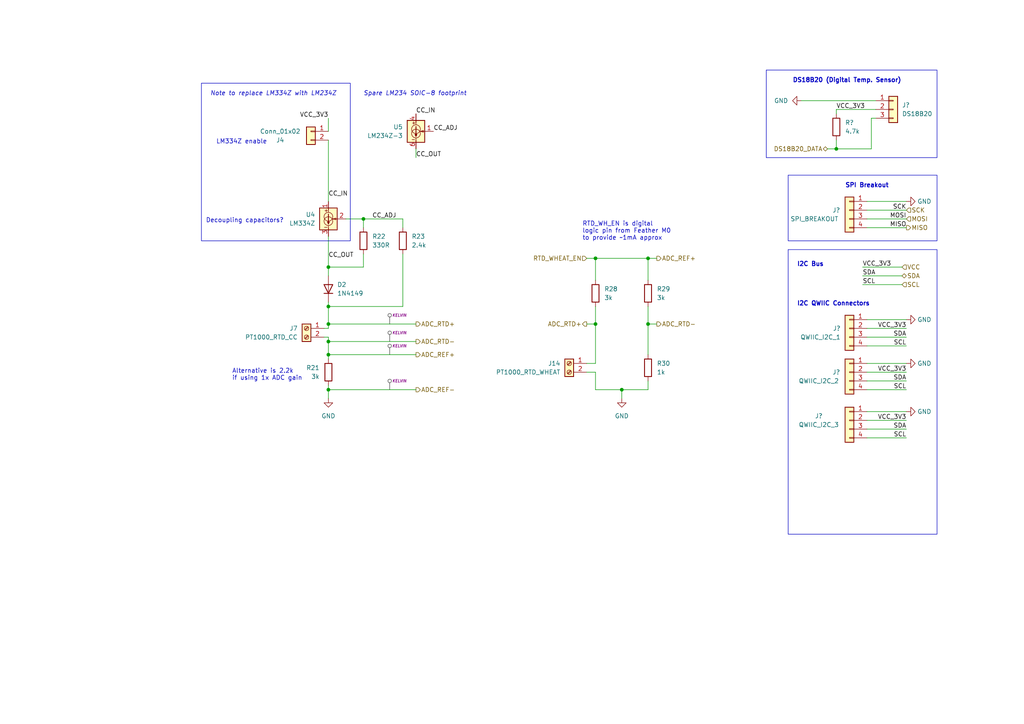
<source format=kicad_sch>
(kicad_sch (version 20230121) (generator eeschema)
  (paper "A4")
  (lib_symbols
    (symbol "Connector:Screw_Terminal_01x02" (pin_names (offset 1.016) hide)
      (property "Reference" "J" (at 0 2.54 0))
      (property "Value" "Screw_Terminal_01x02" (at 0 -5.08 0))
      (symbol "Screw_Terminal_01x02_1_1"
        (rectangle (start -1.27 1.27) (end 1.27 -3.81) (stroke (width 0.254)) (fill (type background)))
        (circle (center 0 -2.54) (radius 0.635) (stroke (width 0.1524)))
        (polyline (pts (xy -0.5334 -2.2098) (xy 0.3302 -3.048)) (stroke (width 0.1524)))
        (polyline (pts (xy -0.5334 0.3302) (xy 0.3302 -0.508)) (stroke (width 0.1524)))
        (polyline (pts (xy -0.3556 -2.032) (xy 0.508 -2.8702)) (stroke (width 0.1524)))
        (polyline (pts (xy -0.3556 0.508) (xy 0.508 -0.3302)) (stroke (width 0.1524)))
        (circle (center 0 0) (radius 0.635) (stroke (width 0.1524)))
        (pin passive line (at -5.08 0 0) (length 3.81) (name "Pin_1") (number "1"))
        (pin passive line (at -5.08 -2.54 0) (length 3.81) (name "Pin_2") (number "2"))
      )
    )
    (symbol "Connector_Generic:Conn_01x02" (pin_names (offset 1.016) hide)
      (property "Reference" "J" (at 0 2.54 0))
      (property "Value" "Conn_01x02" (at 0 -5.08 0))
      (symbol "Conn_01x02_1_1"
        (rectangle (start -1.27 -2.413) (end 0 -2.667) (stroke (width 0.1524)))
        (rectangle (start -1.27 0.127) (end 0 -0.127) (stroke (width 0.1524)))
        (rectangle (start -1.27 1.27) (end 1.27 -3.81) (stroke (width 0.254)) (fill (type background)))
        (pin passive line (at -5.08 0 0) (length 3.81) (name "Pin_1") (number "1"))
        (pin passive line (at -5.08 -2.54 0) (length 3.81) (name "Pin_2") (number "2"))
      )
    )
    (symbol "Connector_Generic:Conn_01x03" (pin_names (offset 1.016) hide)
      (property "Reference" "J" (at 0 5.08 0))
      (property "Value" "Conn_01x03" (at 0 -5.08 0))
      (symbol "Conn_01x03_1_1"
        (rectangle (start -1.27 -2.413) (end 0 -2.667) (stroke (width 0.1524)))
        (rectangle (start -1.27 0.127) (end 0 -0.127) (stroke (width 0.1524)))
        (rectangle (start -1.27 2.667) (end 0 2.413) (stroke (width 0.1524)))
        (rectangle (start -1.27 3.81) (end 1.27 -3.81) (stroke (width 0.254)) (fill (type background)))
        (pin passive line (at -5.08 2.54 0) (length 3.81) (name "Pin_1") (number "1"))
        (pin passive line (at -5.08 0 0) (length 3.81) (name "Pin_2") (number "2"))
        (pin passive line (at -5.08 -2.54 0) (length 3.81) (name "Pin_3") (number "3"))
      )
    )
    (symbol "Connector_Generic:Conn_01x04" (pin_names (offset 1.016) hide)
      (property "Reference" "J" (at 0 5.08 0))
      (property "Value" "Conn_01x04" (at 0 -7.62 0))
      (symbol "Conn_01x04_1_1"
        (rectangle (start -1.27 -4.953) (end 0 -5.207) (stroke (width 0.1524)))
        (rectangle (start -1.27 -2.413) (end 0 -2.667) (stroke (width 0.1524)))
        (rectangle (start -1.27 0.127) (end 0 -0.127) (stroke (width 0.1524)))
        (rectangle (start -1.27 2.667) (end 0 2.413) (stroke (width 0.1524)))
        (rectangle (start -1.27 3.81) (end 1.27 -6.35) (stroke (width 0.254)) (fill (type background)))
        (pin passive line (at -5.08 2.54 0) (length 3.81) (name "Pin_1") (number "1"))
        (pin passive line (at -5.08 0 0) (length 3.81) (name "Pin_2") (number "2"))
        (pin passive line (at -5.08 -2.54 0) (length 3.81) (name "Pin_3") (number "3"))
        (pin passive line (at -5.08 -5.08 0) (length 3.81) (name "Pin_4") (number "4"))
      )
    )
    (symbol "Device:R" (pin_numbers hide) (pin_names (offset 0))
      (property "Reference" "R" (at 2.032 0 90))
      (property "Value" "R" (at 0 0 90))
      (symbol "R_0_1"
        (rectangle (start -1.016 -2.54) (end 1.016 2.54) (stroke (width 0.254)))
      )
      (symbol "R_1_1"
        (pin passive line (at 0 3.81 270) (length 1.27) (name "~") (number "1"))
        (pin passive line (at 0 -3.81 90) (length 1.27) (name "~") (number "2"))
      )
    )
    (symbol "Diode:1N4149" (pin_numbers hide) (pin_names hide)
      (property "Reference" "D" (at 0 2.54 0))
      (property "Value" "1N4149" (at 0 -2.54 0))
      (symbol "1N4149_0_1"
        (polyline (pts (xy -1.27 1.27) (xy -1.27 -1.27)) (stroke (width 0.254)))
        (polyline (pts (xy 1.27 0) (xy -1.27 0)))
        (polyline (pts (xy 1.27 1.27) (xy 1.27 -1.27) (xy -1.27 0) (xy 1.27 1.27)) (stroke (width 0.254)))
      )
      (symbol "1N4149_1_1"
        (pin passive line (at -3.81 0 0) (length 2.54) (name "K") (number "1"))
        (pin passive line (at 3.81 0 180) (length 2.54) (name "A") (number "2"))
      )
    )
    (symbol "Reference_Current:LM334Z"
      (property "Reference" "U" (at 0.635 6.35 0))
      (property "Value" "LM334Z" (at 0.635 4.445 0))
      (symbol "LM334Z_0_1"
        (rectangle (start -2.54 3.175) (end 2.54 -3.175) (stroke (width 0.254)) (fill (type background)))
        (circle (center 0 -0.635) (radius 1.27))
        (polyline (pts (xy -1.143 -2.413) (xy -0.381 -2.413)))
        (polyline (pts (xy -1.016 2.413) (xy -0.254 2.413)))
        (polyline (pts (xy -0.635 2.794) (xy -0.635 2.032)))
        (polyline (pts (xy 0 -1.905) (xy 0 -5.08)))
        (polyline (pts (xy 0 1.397) (xy 0 -1.397)) (stroke (width 0.254)))
        (polyline (pts (xy 0 5.08) (xy 0 1.905)))
        (polyline (pts (xy 2.54 0) (xy 1.27 0)))
        (polyline (pts (xy 0 -1.397) (xy -0.254 -0.889) (xy 0.254 -0.889) (xy 0 -1.397)) (stroke (width 0.254)))
        (polyline (pts (xy 1.27 0) (xy 2.159 0.254) (xy 2.159 -0.254) (xy 1.27 0)))
        (circle (center 0 0.635) (radius 1.27))
      )
      (symbol "LM334Z_1_1"
        (pin passive line (at 0 5.08 270) (length 2.54) (name "~") (number "1"))
        (pin passive line (at 5.08 0 180) (length 2.54) (name "~") (number "2"))
        (pin passive line (at 0 -5.08 90) (length 2.54) (name "~") (number "3"))
      )
    )
    (symbol "cryoskills_sensor_kit:LM234Z-3"
      (property "Reference" "U" (at 0.635 6.35 0))
      (property "Value" "LM234Z-3" (at 0.635 4.445 0))
      (symbol "LM234Z-3_0_1"
        (rectangle (start -2.54 3.175) (end 2.54 -3.175) (stroke (width 0.254)) (fill (type background)))
        (circle (center 0 -0.635) (radius 1.27))
        (polyline (pts (xy -1.143 -2.413) (xy -0.381 -2.413)))
        (polyline (pts (xy -1.016 2.413) (xy -0.254 2.413)))
        (polyline (pts (xy -0.635 2.794) (xy -0.635 2.032)))
        (polyline (pts (xy 0 -1.905) (xy 0 -5.08)))
        (polyline (pts (xy 0 1.397) (xy 0 -1.397)) (stroke (width 0.254)))
        (polyline (pts (xy 0 5.08) (xy 0 1.905)))
        (polyline (pts (xy 2.54 0) (xy 1.27 0)))
        (polyline (pts (xy 0 -1.397) (xy -0.254 -0.889) (xy 0.254 -0.889) (xy 0 -1.397)) (stroke (width 0.254)))
        (polyline (pts (xy 1.27 0) (xy 2.159 0.254) (xy 2.159 -0.254) (xy 1.27 0)))
        (circle (center 0 0.635) (radius 1.27))
      )
      (symbol "LM234Z-3_1_0"
        (pin passive line (at 17.78 7.62 90) (length 2.54) hide (name "NC") (number "2"))
        (pin passive line (at 20.32 7.62 90) (length 2.54) hide (name "NC") (number "2"))
        (pin passive line (at 24.13 7.62 90) (length 2.54) hide (name "NC") (number "3"))
        (pin passive line (at 19.05 7.62 90) (length 2.54) hide (name "NC") (number "5"))
        (pin passive line (at 21.59 7.62 90) (length 2.54) hide (name "NC") (number "7"))
        (pin passive line (at 22.86 7.62 90) (length 2.54) hide (name "NC") (number "8"))
      )
      (symbol "LM234Z-3_1_1"
        (pin passive line (at 5.08 0 180) (length 2.54) (name "~") (number "1"))
        (pin passive line (at 0 5.08 270) (length 2.54) (name "~") (number "4"))
        (pin passive line (at 0 -5.08 90) (length 2.54) (name "~") (number "6"))
      )
    )
    (symbol "power:GND" (power) (pin_names (offset 0))
      (property "Value" "GND" (at 0 -3.81 0))
      (symbol "GND_0_1"
        (polyline (pts (xy 0 0) (xy 0 -1.27) (xy 1.27 -1.27) (xy 0 -2.54) (xy -1.27 -1.27) (xy 0 -1.27)))
      )
      (symbol "GND_1_1"
        (pin power_in line (at 0 0 270) (length 0) hide (name "GND") (number "1"))
      )
    )
  )
  (junction (at 187.96 93.98))
  (junction (at 105.41 63.5))
  (junction (at 95.25 88.9))
  (junction (at 180.34 113.03))
  (junction (at 95.25 93.98))
  (junction (at 95.25 102.87))
  (junction (at 95.25 99.06))
  (junction (at 187.96 74.93))
  (junction (at 172.72 74.93))
  (junction (at 95.25 77.47))
  (junction (at 242.57 43.18))
  (junction (at 95.25 113.03))
  (junction (at 172.72 93.98))
  (wire (pts (xy 95.25 102.87) (xy 120.65 102.87)))
  (wire (pts (xy 262.89 60.96) (xy 251.46 60.96)))
  (wire (pts (xy 95.25 99.06) (xy 95.25 97.79)))
  (wire (pts (xy 262.89 107.95) (xy 251.46 107.95)))
  (wire (pts (xy 262.89 113.03) (xy 251.46 113.03)))
  (wire (pts (xy 250.19 77.47) (xy 261.62 77.47)))
  (wire (pts (xy 100.33 63.5) (xy 105.41 63.5)))
  (wire (pts (xy 262.89 100.33) (xy 251.46 100.33)))
  (wire (pts (xy 180.34 115.57) (xy 180.34 113.03)))
  (wire (pts (xy 187.96 74.93) (xy 172.72 74.93)))
  (wire (pts (xy 187.96 93.98) (xy 190.5 93.98)))
  (wire (pts (xy 95.25 95.25) (xy 93.98 95.25)))
  (wire (pts (xy 170.18 105.41) (xy 172.72 105.41)))
  (wire (pts (xy 262.89 105.41) (xy 251.46 105.41)))
  (wire (pts (xy 105.41 73.66) (xy 105.41 77.47)))
  (wire (pts (xy 95.25 88.9) (xy 95.25 87.63)))
  (wire (pts (xy 172.72 105.41) (xy 172.72 93.98)))
  (wire (pts (xy 262.89 66.04) (xy 251.46 66.04)))
  (wire (pts (xy 262.89 121.92) (xy 251.46 121.92)))
  (wire (pts (xy 187.96 74.93) (xy 190.5 74.93)))
  (wire (pts (xy 95.25 34.29) (xy 95.25 38.1)))
  (wire (pts (xy 95.25 102.87) (xy 95.25 104.14)))
  (wire (pts (xy 120.65 45.72) (xy 120.65 43.18)))
  (wire (pts (xy 95.25 113.03) (xy 95.25 115.57)))
  (wire (pts (xy 250.19 82.55) (xy 261.62 82.55)))
  (wire (pts (xy 262.89 124.46) (xy 251.46 124.46)))
  (wire (pts (xy 252.73 34.29) (xy 254 34.29)))
  (wire (pts (xy 242.57 31.75) (xy 242.57 33.02)))
  (wire (pts (xy 187.96 113.03) (xy 187.96 110.49)))
  (wire (pts (xy 262.89 63.5) (xy 251.46 63.5)))
  (wire (pts (xy 187.96 88.9) (xy 187.96 93.98)))
  (wire (pts (xy 262.89 97.79) (xy 251.46 97.79)))
  (wire (pts (xy 116.84 66.04) (xy 116.84 63.5)))
  (wire (pts (xy 105.41 77.47) (xy 95.25 77.47)))
  (wire (pts (xy 116.84 73.66) (xy 116.84 88.9)))
  (wire (pts (xy 187.96 93.98) (xy 187.96 102.87)))
  (wire (pts (xy 170.18 93.98) (xy 172.72 93.98)))
  (wire (pts (xy 95.25 99.06) (xy 95.25 102.87)))
  (wire (pts (xy 252.73 43.18) (xy 252.73 34.29)))
  (wire (pts (xy 262.89 92.71) (xy 251.46 92.71)))
  (wire (pts (xy 172.72 74.93) (xy 172.72 81.28)))
  (wire (pts (xy 242.57 43.18) (xy 252.73 43.18)))
  (wire (pts (xy 170.18 74.93) (xy 172.72 74.93)))
  (wire (pts (xy 95.25 77.47) (xy 95.25 80.01)))
  (wire (pts (xy 242.57 40.64) (xy 242.57 43.18)))
  (wire (pts (xy 95.25 111.76) (xy 95.25 113.03)))
  (wire (pts (xy 172.72 107.95) (xy 172.72 113.03)))
  (wire (pts (xy 250.19 80.01) (xy 261.62 80.01)))
  (wire (pts (xy 93.98 97.79) (xy 95.25 97.79)))
  (wire (pts (xy 95.25 68.58) (xy 95.25 77.47)))
  (wire (pts (xy 240.03 43.18) (xy 242.57 43.18)))
  (wire (pts (xy 95.25 93.98) (xy 120.65 93.98)))
  (wire (pts (xy 95.25 88.9) (xy 95.25 93.98)))
  (wire (pts (xy 172.72 93.98) (xy 172.72 88.9)))
  (wire (pts (xy 242.57 31.75) (xy 254 31.75)))
  (wire (pts (xy 95.25 99.06) (xy 120.65 99.06)))
  (wire (pts (xy 170.18 107.95) (xy 172.72 107.95)))
  (wire (pts (xy 232.41 29.21) (xy 254 29.21)))
  (wire (pts (xy 262.89 58.42) (xy 251.46 58.42)))
  (wire (pts (xy 187.96 81.28) (xy 187.96 74.93)))
  (wire (pts (xy 262.89 95.25) (xy 251.46 95.25)))
  (wire (pts (xy 180.34 113.03) (xy 187.96 113.03)))
  (wire (pts (xy 116.84 88.9) (xy 95.25 88.9)))
  (wire (pts (xy 116.84 63.5) (xy 105.41 63.5)))
  (wire (pts (xy 95.25 113.03) (xy 120.65 113.03)))
  (wire (pts (xy 95.25 93.98) (xy 95.25 95.25)))
  (wire (pts (xy 95.25 40.64) (xy 95.25 58.42)))
  (wire (pts (xy 105.41 66.04) (xy 105.41 63.5)))
  (wire (pts (xy 262.89 119.38) (xy 251.46 119.38)))
  (wire (pts (xy 262.89 110.49) (xy 251.46 110.49)))
  (wire (pts (xy 172.72 113.03) (xy 180.34 113.03)))
  (wire (pts (xy 262.89 127) (xy 251.46 127)))
  (rectangle (start 58.42 24.13) (end 101.6 69.85))
  (rectangle (start 222.25 20.32) (end 271.78 45.72))
  (rectangle (start 228.6 50.8) (end 271.78 69.85))
  (rectangle (start 228.6 72.39) (end 271.78 154.94))
  (text "Note to replace LM334Z with LM234Z\n" (at 60.96 27.94 0) (effects (font (size 1.27 1.27) italic) (justify left bottom)))
  (text "Spare LM234 SOIC-8 footprint" (at 105.41 27.94 0) (effects (font (size 1.27 1.27) italic) (justify left bottom)))
  (text "Decoupling capacitors?" (at 59.69 64.77 0) (effects (font (size 1.27 1.27)) (justify left bottom)))
  (text "LM334Z enable\n" (at 77.47 41.91 0) (effects (font (size 1.27 1.27)) (justify right bottom)))
  (text "I2C Bus" (at 231.14 77.47 0) (effects (font (size 1.27 1.27) (thickness 0.254) bold) (justify left bottom)))
  (text "I2C QWIIC Connectors" (at 231.14 88.9 0) (effects (font (size 1.27 1.27) (thickness 0.254) bold) (justify left bottom)))
  (text "RTD_WH_EN is digital\nlogic pin from Feather M0\nto provide ~1mA approx" (at 168.91 69.85 0) (effects (font (size 1.27 1.27)) (justify left bottom)))
  (text "DS18B20 (Digital Temp. Sensor)" (at 229.87 24.13 0) (effects (font (size 1.27 1.27) (thickness 0.254) bold) (justify left bottom)))
  (text "Alternative is 2.2k \nif using 1x ADC gain" (at 67.31 110.49 0) (effects (font (size 1.27 1.27)) (justify left bottom)))
  (text "SPI Breakout" (at 245.11 54.61 0) (effects (font (size 1.27 1.27) (thickness 0.254) bold) (justify left bottom)))
  (label "SDA" (at 262.89 124.46 180))
  (label "SDA" (at 262.89 110.49 180))
  (label "CC_IN" (at 120.65 33.02 0))
  (label "CC_OUT" (at 120.65 45.72 0))
  (label "MISO" (at 262.89 66.04 180))
  (label "SCL" (at 262.89 127 180))
  (label "VCC_3V3" (at 262.89 121.92 180))
  (label "SCL" (at 250.19 82.55 0))
  (label "MOSI" (at 262.89 63.5 180))
  (label "SCL" (at 262.89 113.03 180))
  (label "CC_OUT" (at 95.25 74.93 0))
  (label "VCC_3V3" (at 250.19 77.47 0))
  (label "SDA" (at 250.19 80.01 0))
  (label "CC_IN" (at 95.25 57.15 0))
  (label "VCC_3V3" (at 95.25 34.29 180))
  (label "SCK" (at 262.89 60.96 180))
  (label "SCL" (at 262.89 100.33 180))
  (label "VCC_3V3" (at 262.89 107.95 180))
  (label "VCC_3V3" (at 242.57 31.75 0))
  (label "CC_ADJ" (at 107.95 63.5 0))
  (label "CC_ADJ" (at 125.73 38.1 0))
  (label "VCC_3V3" (at 262.89 95.25 180))
  (label "SDA" (at 262.89 97.79 180))
  (hierarchical_label "ADC_RTD+" (shape output) (at 120.65 93.98 0))
  (hierarchical_label "ADC_REF+" (shape output) (at 120.65 102.87 0))
  (hierarchical_label "MOSI" (shape input) (at 262.89 63.5 0))
  (hierarchical_label "ADC_RTD+" (shape output) (at 170.18 93.98 180))
  (hierarchical_label "SCK" (shape input) (at 262.89 60.96 0))
  (hierarchical_label "RTD_WHEAT_EN" (shape input) (at 170.18 74.93 180))
  (hierarchical_label "MISO" (shape output) (at 262.89 66.04 0))
  (hierarchical_label "VCC" (shape input) (at 261.62 77.47 0))
  (hierarchical_label "ADC_RTD-" (shape output) (at 120.65 99.06 0))
  (hierarchical_label "SDA" (shape bidirectional) (at 261.62 80.01 0))
  (hierarchical_label "ADC_RTD-" (shape output) (at 190.5 93.98 0))
  (hierarchical_label "ADC_REF-" (shape output) (at 120.65 113.03 0))
  (hierarchical_label "SCL" (shape input) (at 261.62 82.55 0))
  (hierarchical_label "ADC_REF+" (shape output) (at 190.5 74.93 0))
  (hierarchical_label "DS18B20_DATA" (shape bidirectional) (at 240.03 43.18 180))
  (netclass_flag "" (length 2.54) (shape round) (at 113.03 99.06 0) (property "Netclass" "KELVIN" (at 113.7285 96.52 0) (effects (font (size 0.796 0.796) italic) (justify left))))
  (netclass_flag "" (length 2.54) (shape round) (at 113.03 113.03 0) (property "Netclass" "KELVIN" (at 113.7285 110.49 0) (effects (font (size 0.796 0.796) italic) (justify left))))
  (netclass_flag "" (length 2.54) (shape round) (at 113.03 102.87 0) (property "Netclass" "KELVIN" (at 113.7285 100.33 0) (effects (font (size 0.796 0.796) italic) (justify left))))
  (netclass_flag "" (length 2.54) (shape round) (at 113.03 93.98 0) (property "Netclass" "KELVIN" (at 113.7285 91.44 0) (effects (font (size 0.796 0.796) italic) (justify left))))
  (symbol (lib_id "power:GND") (at 95.25 115.57 0) (unit 1)
    (property "Reference" "#PWR011" (effects hide))
    (property "Value" "GND" (at 95.25 120.65 0))
  )
  (symbol (lib_id "Device:R") (at 172.72 85.09 0) (unit 1)
    (property "Reference" "R28" (at 175.26 83.82 0) (effects (justify left)))
    (property "Value" "3k" (at 175.26 86.36 0) (effects (justify left)))
    (property "Footprint" "Resistor_THT:R_Axial_DIN0204_L3.6mm_D1.6mm_P5.08mm_Horizontal" (effects hide))
  )
  (symbol (lib_id "power:GND") (at 262.89 58.42 90) (mirror x) (unit 1)
    (property "Reference" "#PWR?" (effects hide))
    (property "Value" "GND" (at 266.065 58.42 90) (effects (justify right)))
    (instances (project "cryoskills_sensor_kit" (path "" (reference "#PWR?") (unit 1)) (path "" (reference "#PWR013") (unit 1))))
  )
  (symbol (lib_id "power:GND") (at 180.34 115.57 0) (unit 1)
    (property "Reference" "#PWR017" (effects hide))
    (property "Value" "GND" (at 180.34 120.65 0))
  )
  (symbol (lib_id "Device:R") (at 95.25 107.95 0) (mirror y) (unit 1)
    (property "Reference" "R21" (at 92.71 106.68 0) (effects (justify left)))
    (property "Value" "3k" (at 92.71 109.22 0) (effects (justify left)))
    (property "Footprint" "Resistor_THT:R_Axial_DIN0204_L3.6mm_D1.6mm_P5.08mm_Horizontal" (effects hide))
  )
  (symbol (lib_id "Reference_Current:LM334Z") (at 95.25 63.5 0) (unit 1)
    (property "Reference" "U4" (at 91.44 62.23 0) (effects (justify right)))
    (property "Value" "LM334Z" (at 91.44 64.77 0) (effects (justify right)))
    (property "Footprint" "Package_TO_SOT_THT:TO-92_Inline" (effects hide))
    (property "Datasheet" "http://www.ti.com/lit/ds/symlink/lm134.pdf" (effects hide))
  )
  (symbol (lib_id "Connector_Generic:Conn_01x03") (at 259.08 31.75 0) (unit 1)
    (property "Reference" "J?" (at 261.62 30.48 0) (effects (justify left)))
    (property "Value" "DS18B20" (at 261.62 33.02 0) (effects (justify left)))
    (property "Footprint" "cryoskills_sensor_kit:TerminalBlock_Multicomp_5.08_3way_MP012060" (effects hide))
    (property "Manufacturer" "Multicomp PRO" (effects hide))
    (property "MftrPartNo" "MP12060" (effects hide))
    (property "Supplier" "Farnell" (effects hide))
    (property "SupplierPartNo" "4179098" (effects hide))
    (instances (project "cryoskills_sensor_kit" (path "" (reference "J?") (unit 1)) (path "" (reference "J12") (unit 1))))
  )
  (symbol (lib_id "Connector_Generic:Conn_01x02") (at 90.17 38.1 0) (mirror y) (unit 1)
    (property "Reference" "J4" (at 81.28 40.64 0))
    (property "Value" "Conn_01x02" (at 81.28 38.1 0))
    (property "Footprint" "Connector_PinHeader_2.54mm:PinHeader_1x02_P2.54mm_Vertical" (effects hide))
    (instances (project "cryoskills_sensor_kit" (path "" (reference "J4") (unit 1)) (path "" (reference "J13") (unit 1))))
  )
  (symbol (lib_id "power:GND") (at 262.89 105.41 90) (mirror x) (unit 1)
    (property "Reference" "#PWR?" (effects hide))
    (property "Value" "GND" (at 266.065 105.41 90) (effects (justify right)))
    (instances (project "cryoskills_sensor_kit" (path "" (reference "#PWR?") (unit 1)) (path "" (reference "#PWR015") (unit 1))))
  )
  (symbol (lib_id "Device:R") (at 242.57 36.83 0) (unit 1)
    (property "Reference" "R?" (at 245.11 35.56 0) (effects (justify left)))
    (property "Value" "4.7k" (at 245.11 38.1 0) (effects (justify left)))
    (property "Footprint" "Resistor_THT:R_Axial_DIN0204_L3.6mm_D1.6mm_P5.08mm_Horizontal" (effects hide))
    (instances (project "cryoskills_sensor_kit" (path "" (reference "R?") (unit 1)) (path "" (reference "R24") (unit 1))))
  )
  (symbol (lib_id "Diode:1N4149") (at 95.25 83.82 90) (unit 1)
    (property "Reference" "D2" (at 97.79 82.55 90) (effects (justify right)))
    (property "Value" "1N4149" (at 97.79 85.09 90) (effects (justify right)))
    (property "Footprint" "Diode_THT:D_DO-35_SOD27_P7.62mm_Horizontal" (effects hide))
    (property "Datasheet" "http://www.microsemi.com/document-portal/doc_view/11580-lds-0239" (effects hide))
    (property "Sim.Device" "D" (effects hide))
    (property "Sim.Pins" "1=K 2=A" (effects hide))
  )
  (symbol (lib_id "power:GND") (at 262.89 92.71 90) (mirror x) (unit 1)
    (property "Reference" "#PWR?" (effects hide))
    (property "Value" "GND" (at 266.065 92.71 90) (effects (justify right)))
    (instances (project "cryoskills_sensor_kit" (path "" (reference "#PWR?") (unit 1)) (path "" (reference "#PWR014") (unit 1))))
  )
  (symbol (lib_id "Connector:Screw_Terminal_01x02") (at 165.1 105.41 0) (mirror y) (unit 1)
    (property "Reference" "J14" (at 162.56 105.41 0) (effects (justify left)))
    (property "Value" "PT1000_RTD_WHEAT" (at 162.56 107.95 0) (effects (justify left)))
    (property "Footprint" "cryoskills_sensor_kit:TerminalBlock_Multicomp_5.08_2way_MP012059" (effects hide))
    (property "Manufacturer" "Multicomp PRO" (effects hide))
    (property "MftrPartNo" "MP12059" (effects hide))
    (property "Supplier" "Farnell" (effects hide))
    (property "SupplierPartNo" "4179098" (effects hide))
  )
  (symbol (lib_id "Device:R") (at 116.84 69.85 0) (unit 1)
    (property "Reference" "R23" (at 119.38 68.58 0) (effects (justify left)))
    (property "Value" "2.4k" (at 119.38 71.12 0) (effects (justify left)))
    (property "Footprint" "Resistor_THT:R_Axial_DIN0204_L3.6mm_D1.6mm_P5.08mm_Horizontal" (effects hide))
  )
  (symbol (lib_id "Device:R") (at 105.41 69.85 0) (unit 1)
    (property "Reference" "R22" (at 107.95 68.58 0) (effects (justify left)))
    (property "Value" "330R" (at 107.95 71.12 0) (effects (justify left)))
    (property "Footprint" "Resistor_THT:R_Axial_DIN0204_L3.6mm_D1.6mm_P5.08mm_Horizontal" (effects hide))
  )
  (symbol (lib_id "Connector_Generic:Conn_01x04") (at 246.38 107.95 0) (mirror y) (unit 1)
    (property "Reference" "J?" (at 242.57 107.95 0))
    (property "Value" "QWIIC_I2C_2" (at 237.49 110.49 0))
    (property "Footprint" "Connector_JST:JST_SH_SM04B-SRSS-TB_1x04-1MP_P1.00mm_Horizontal" (effects hide))
    (instances (project "cryoskills_sensor_kit" (path "" (reference "J?") (unit 1)) (path "" (reference "J10") (unit 1))))
  )
  (symbol (lib_id "power:GND") (at 232.41 29.21 270) (unit 1)
    (property "Reference" "#PWR?" (effects hide))
    (property "Value" "GND" (at 228.6 29.21 90) (effects (justify right)))
    (instances (project "cryoskills_sensor_kit" (path "" (reference "#PWR?") (unit 1)) (path "" (reference "#PWR012") (unit 1))))
  )
  (symbol (lib_id "Connector:Screw_Terminal_01x02") (at 88.9 95.25 0) (mirror y) (unit 1)
    (property "Reference" "J7" (at 86.36 95.25 0) (effects (justify left)))
    (property "Value" "PT1000_RTD_CC" (at 86.36 97.79 0) (effects (justify left)))
    (property "Footprint" "cryoskills_sensor_kit:TerminalBlock_Multicomp_5.08_2way_MP012059" (effects hide))
    (property "Manufacturer" "Multicomp PRO" (effects hide))
    (property "MftrPartNo" "MP12059" (effects hide))
    (property "Supplier" "Farnell" (effects hide))
    (property "SupplierPartNo" "4179098" (effects hide))
  )
  (symbol (lib_id "Connector_Generic:Conn_01x04") (at 246.38 95.25 0) (mirror y) (unit 1)
    (property "Reference" "J?" (at 243.84 95.25 0) (effects (justify left)))
    (property "Value" "QWIIC_I2C_1" (at 243.84 97.79 0) (effects (justify left)))
    (property "Footprint" "Connector_JST:JST_SH_SM04B-SRSS-TB_1x04-1MP_P1.00mm_Horizontal" (effects hide))
    (instances (project "cryoskills_sensor_kit" (path "" (reference "J?") (unit 1)) (path "" (reference "J9") (unit 1))))
  )
  (symbol (lib_id "Device:R") (at 187.96 106.68 0) (unit 1)
    (property "Reference" "R30" (at 190.5 105.41 0) (effects (justify left)))
    (property "Value" "1k" (at 190.5 107.95 0) (effects (justify left)))
    (property "Footprint" "Resistor_THT:R_Axial_DIN0204_L3.6mm_D1.6mm_P5.08mm_Horizontal" (effects hide))
  )
  (symbol (lib_id "Connector_Generic:Conn_01x04") (at 246.38 60.96 0) (mirror y) (unit 1)
    (property "Reference" "J?" (at 242.57 60.96 0))
    (property "Value" "SPI_BREAKOUT" (at 236.22 63.5 0))
    (property "Footprint" "Connector_PinHeader_2.54mm:PinHeader_1x04_P2.54mm_Vertical" (effects hide))
    (instances (project "cryoskills_sensor_kit" (path "" (reference "J?") (unit 1)) (path "" (reference "J8") (unit 1))))
  )
  (symbol (lib_id "power:GND") (at 262.89 119.38 90) (mirror x) (unit 1)
    (property "Reference" "#PWR?" (effects hide))
    (property "Value" "GND" (at 266.065 119.38 90) (effects (justify right)))
    (instances (project "cryoskills_sensor_kit" (path "" (reference "#PWR?") (unit 1)) (path "" (reference "#PWR016") (unit 1))))
  )
  (symbol (lib_id "cryoskills_sensor_kit:LM234Z-3") (at 120.65 38.1 0) (unit 1)
    (property "Reference" "U5" (at 116.84 36.83 0) (effects (justify right)))
    (property "Value" "LM234Z-3" (at 116.84 39.37 0) (effects (justify right)))
    (property "Footprint" "Package_SO:SOIC-8_3.9x4.9mm_P1.27mm" (effects hide))
    (property "Datasheet" "http://www.ti.com/lit/ds/symlink/lm134.pdf" (effects hide))
  )
  (symbol (lib_id "Device:R") (at 187.96 85.09 0) (unit 1)
    (property "Reference" "R29" (at 190.5 83.82 0) (effects (justify left)))
    (property "Value" "3k" (at 190.5 86.36 0) (effects (justify left)))
    (property "Footprint" "Resistor_THT:R_Axial_DIN0204_L3.6mm_D1.6mm_P5.08mm_Horizontal" (effects hide))
  )
  (symbol (lib_id "Connector_Generic:Conn_01x04") (at 246.38 121.92 0) (mirror y) (unit 1)
    (property "Reference" "J?" (at 237.49 120.65 0))
    (property "Value" "QWIIC_I2C_3" (at 237.49 123.19 0))
    (property "Footprint" "Connector_JST:JST_SH_SM04B-SRSS-TB_1x04-1MP_P1.00mm_Horizontal" (effects hide))
    (instances (project "cryoskills_sensor_kit" (path "" (reference "J?") (unit 1)) (path "" (reference "J11") (unit 1))))
  )
)
</source>
